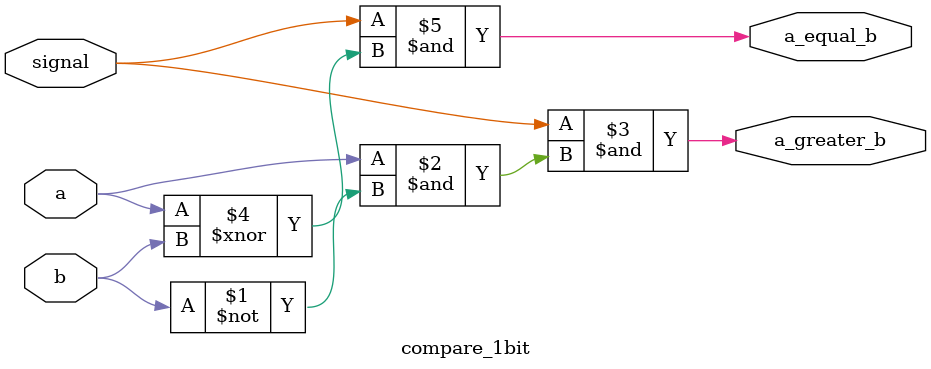
<source format=v>
module compare_1bit(a, b, signal, a_greater_b, a_equal_b);
	input 	a, b, signal;
	output 	a_greater_b, a_equal_b;
	
	assign	a_greater_b = signal & (a & ~b);
	assign	a_equal_b	= signal & (a ~^ b);
	
endmodule 
</source>
